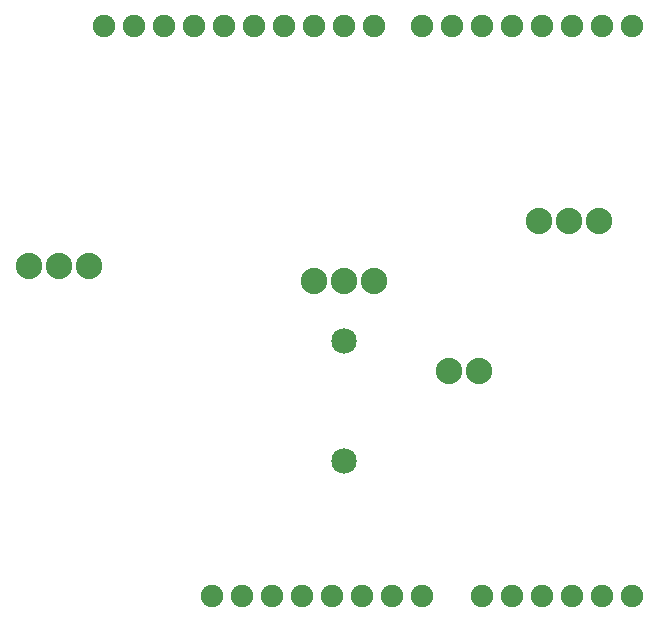
<source format=gts>
G04 MADE WITH FRITZING*
G04 WWW.FRITZING.ORG*
G04 DOUBLE SIDED*
G04 HOLES PLATED*
G04 CONTOUR ON CENTER OF CONTOUR VECTOR*
%ASAXBY*%
%FSLAX23Y23*%
%MOIN*%
%OFA0B0*%
%SFA1.0B1.0*%
%ADD10C,0.075278*%
%ADD11C,0.088000*%
%ADD12C,0.085000*%
%LNMASK1*%
G90*
G70*
G54D10*
X2096Y96D03*
X2196Y96D03*
X2296Y96D03*
X2396Y96D03*
X2496Y96D03*
X1636Y1996D03*
X1536Y1996D03*
X1436Y1996D03*
X1336Y1996D03*
X1236Y1996D03*
X1136Y1996D03*
X1036Y1996D03*
X936Y1996D03*
X836Y1996D03*
X736Y1996D03*
X2496Y1996D03*
X2396Y1996D03*
X2296Y1996D03*
X2196Y1996D03*
X2096Y1996D03*
X1996Y1996D03*
X1896Y1996D03*
X1796Y1996D03*
X1196Y96D03*
X1096Y96D03*
X1296Y96D03*
X1396Y96D03*
X1496Y96D03*
X1596Y96D03*
X1696Y96D03*
X1796Y96D03*
X1996Y96D03*
G54D11*
X686Y1196D03*
X586Y1196D03*
X486Y1196D03*
X1636Y1146D03*
X1536Y1146D03*
X1436Y1146D03*
G54D12*
X1536Y946D03*
X1536Y546D03*
G54D11*
X1986Y846D03*
X1886Y846D03*
X2386Y1346D03*
X2286Y1346D03*
X2186Y1346D03*
G04 End of Mask1*
M02*
</source>
